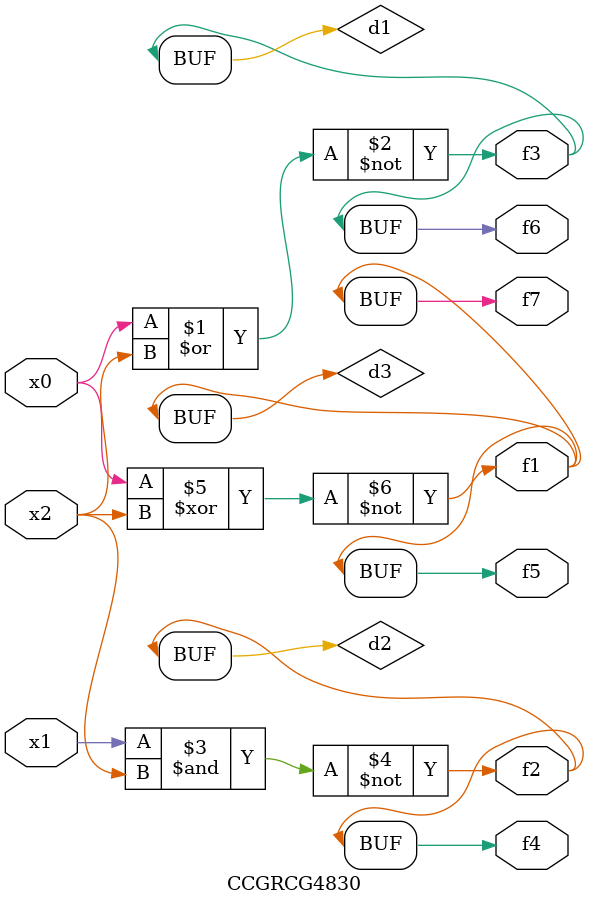
<source format=v>
module CCGRCG4830(
	input x0, x1, x2,
	output f1, f2, f3, f4, f5, f6, f7
);

	wire d1, d2, d3;

	nor (d1, x0, x2);
	nand (d2, x1, x2);
	xnor (d3, x0, x2);
	assign f1 = d3;
	assign f2 = d2;
	assign f3 = d1;
	assign f4 = d2;
	assign f5 = d3;
	assign f6 = d1;
	assign f7 = d3;
endmodule

</source>
